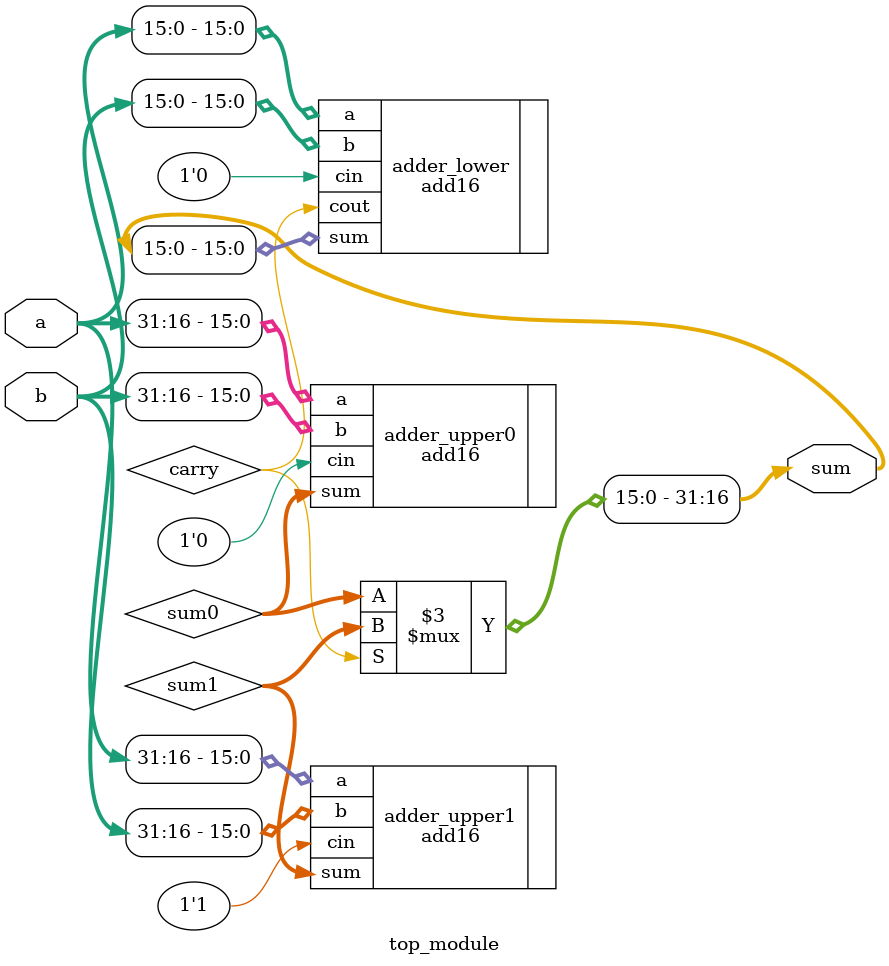
<source format=v>

module top_module(
    input [31:0] a,
    input [31:0] b,
    output [31:0] sum
);
    wire carry;
    wire [15:0] sum1, sum0;
    add16 adder_lower(.a(a[15:0]), .b(b[15:0]), .cin(1'b0), .cout(carry), .sum(sum [15:0]));
    add16 adder_upper1(.a(a[31:16]),.b(b[31:16]), .cin(1'b1), .sum(sum1));
    add16 adder_upper0(.a(a[31:16]), .b(b[31:16]), .cin(1'b0), .sum(sum0));
    
    always @(carry)begin
        if (carry)
            sum[31:16]=sum1;
        else
            sum[31:16]=sum0;
    end
endmodule

</source>
